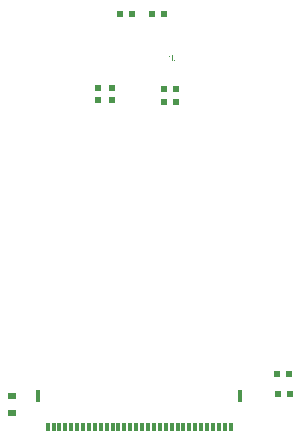
<source format=gtp>
G04*
G04 #@! TF.GenerationSoftware,Altium Limited,Altium Designer,22.10.1 (41)*
G04*
G04 Layer_Color=8421504*
%FSLAX25Y25*%
%MOIN*%
G70*
G04*
G04 #@! TF.SameCoordinates,B1027B8B-ED15-4388-B4B1-B9FDCE3A8B77*
G04*
G04*
G04 #@! TF.FilePolarity,Positive*
G04*
G01*
G75*
%ADD12R,0.03150X0.01968*%
%ADD13R,0.02362X0.02362*%
%ADD14R,0.01968X0.01968*%
%ADD15R,0.01181X0.02756*%
%ADD16R,0.01181X0.03937*%
%ADD17R,0.01968X0.01968*%
G36*
X98284Y142003D02*
X98314Y141958D01*
X98350Y141914D01*
X98383Y141875D01*
X98417Y141842D01*
X98442Y141814D01*
X98453Y141806D01*
X98461Y141798D01*
X98464Y141795D01*
X98466Y141792D01*
X98525Y141745D01*
X98583Y141701D01*
X98638Y141662D01*
X98694Y141632D01*
X98741Y141604D01*
X98760Y141593D01*
X98777Y141585D01*
X98791Y141576D01*
X98802Y141574D01*
X98807Y141568D01*
X98810D01*
Y141341D01*
X98769Y141357D01*
X98727Y141377D01*
X98685Y141396D01*
X98647Y141416D01*
X98613Y141432D01*
X98586Y141446D01*
X98569Y141457D01*
X98566Y141460D01*
X98563D01*
X98514Y141490D01*
X98469Y141521D01*
X98431Y141549D01*
X98400Y141574D01*
X98372Y141593D01*
X98356Y141610D01*
X98342Y141621D01*
X98339Y141623D01*
Y140125D01*
X98104D01*
Y142050D01*
X98256D01*
X98284Y142003D01*
D02*
G37*
G36*
X99563Y140720D02*
Y140662D01*
X99569Y140612D01*
X99572Y140571D01*
X99577Y140538D01*
X99583Y140513D01*
X99586Y140493D01*
X99591Y140482D01*
Y140479D01*
X99602Y140452D01*
X99616Y140429D01*
X99633Y140410D01*
X99647Y140391D01*
X99663Y140380D01*
X99674Y140368D01*
X99683Y140363D01*
X99685Y140360D01*
X99713Y140346D01*
X99741Y140335D01*
X99768Y140330D01*
X99793Y140324D01*
X99818Y140321D01*
X99835Y140319D01*
X99852D01*
X99896Y140321D01*
X99937Y140332D01*
X99971Y140344D01*
X100001Y140360D01*
X100023Y140374D01*
X100040Y140388D01*
X100051Y140396D01*
X100054Y140399D01*
X100068Y140416D01*
X100079Y140435D01*
X100095Y140479D01*
X100112Y140529D01*
X100120Y140579D01*
X100128Y140626D01*
Y140646D01*
X100131Y140662D01*
X100134Y140679D01*
Y140690D01*
Y140695D01*
Y140698D01*
X100364Y140665D01*
Y140612D01*
X100361Y140565D01*
X100353Y140518D01*
X100347Y140477D01*
X100336Y140438D01*
X100325Y140404D01*
X100314Y140371D01*
X100303Y140344D01*
X100289Y140319D01*
X100278Y140296D01*
X100267Y140277D01*
X100256Y140263D01*
X100248Y140252D01*
X100242Y140241D01*
X100239Y140238D01*
X100237Y140235D01*
X100209Y140211D01*
X100181Y140188D01*
X100151Y140169D01*
X100118Y140152D01*
X100054Y140128D01*
X99993Y140111D01*
X99935Y140100D01*
X99913Y140097D01*
X99890Y140094D01*
X99874Y140092D01*
X99849D01*
X99788Y140094D01*
X99732Y140103D01*
X99683Y140114D01*
X99638Y140128D01*
X99602Y140139D01*
X99577Y140150D01*
X99561Y140158D01*
X99555Y140161D01*
X99511Y140188D01*
X99472Y140222D01*
X99442Y140255D01*
X99414Y140285D01*
X99395Y140316D01*
X99381Y140338D01*
X99372Y140355D01*
X99370Y140357D01*
Y140360D01*
X99350Y140416D01*
X99334Y140474D01*
X99322Y140538D01*
X99317Y140598D01*
X99311Y140651D01*
Y140673D01*
X99309Y140695D01*
Y140712D01*
Y140723D01*
Y140731D01*
Y140734D01*
Y142042D01*
X99563D01*
Y140720D01*
D02*
G37*
D12*
X45900Y28653D02*
D03*
Y22747D02*
D03*
D13*
X134533Y29100D02*
D03*
X138667D02*
D03*
X138267Y36000D02*
D03*
X134133D02*
D03*
D14*
X96668Y156000D02*
D03*
X92731D02*
D03*
X100469Y126600D02*
D03*
X96531D02*
D03*
X100469Y130700D02*
D03*
X96531D02*
D03*
X85769Y155900D02*
D03*
X81832D02*
D03*
D15*
X105047Y18071D02*
D03*
X107016D02*
D03*
X108984D02*
D03*
X110953D02*
D03*
X118827D02*
D03*
X116858D02*
D03*
X114890D02*
D03*
X112921D02*
D03*
X103079Y18071D02*
D03*
X101110D02*
D03*
X99142Y18071D02*
D03*
X97173D02*
D03*
X95205Y18071D02*
D03*
X93236D02*
D03*
X91268Y18071D02*
D03*
X89299D02*
D03*
X87331Y18071D02*
D03*
X85362D02*
D03*
X83394Y18071D02*
D03*
X81425D02*
D03*
X79457Y18071D02*
D03*
X77488D02*
D03*
X75520D02*
D03*
X73551D02*
D03*
X71583D02*
D03*
X69614D02*
D03*
X67646D02*
D03*
X65677D02*
D03*
X63709D02*
D03*
X61740D02*
D03*
X59772D02*
D03*
X57803D02*
D03*
D16*
X121937Y28504D02*
D03*
X54693D02*
D03*
D17*
X74600Y127232D02*
D03*
Y131168D02*
D03*
X79200Y127331D02*
D03*
Y131269D02*
D03*
M02*

</source>
